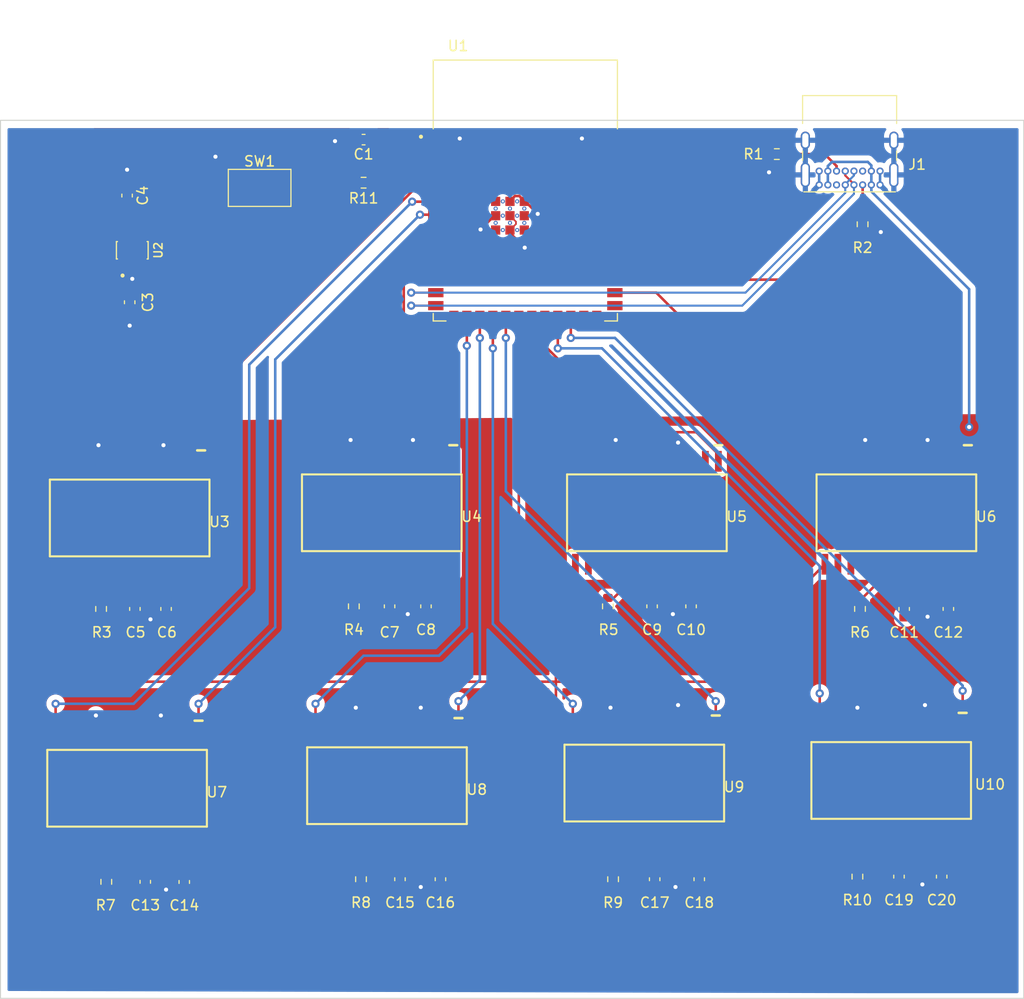
<source format=kicad_pcb>
(kicad_pcb (version 20211014) (generator pcbnew)
  (layers (0 "F.Cu" signal) (31 "B.Cu" signal) (34 "B.Paste" user) (35 "F.Paste" user) (36 "B.SilkS" user "B.Silkscreen") (37 "F.SilkS" user "F.Silkscreen") (38 "B.Mask" user) (39 "F.Mask" user) (44 "Edge.Cuts" user))
  (net 0 "")
  (net 1 "+3.3V")
  (net 2 "GND")
  (net 3 "/ESP32/RST")
  (net 4 "+5V")
  (net 5 "/USB_C/CC1")
  (net 7 "/USB_C/CC2")
  (net 9 "Net-(R4-Pad2)")
  (net 10 "Net-(R5-Pad2)")
  (net 11 "Net-(R6-Pad2)")
  (net 12 "Net-(R7-Pad2)")
  (net 13 "Net-(R8-Pad2)")
  (net 14 "Net-(R9-Pad2)")
  (net 15 "Net-(R10-Pad2)")
  (net 16 "/LED Driver/R11")
  (net 17 "/LED Driver/R15")
  (net 18 "/LED Driver/R17")
  (net 19 "/LED Driver/R13")
  (net 20 "/LED Driver/R14")
  (net 21 "/LED Driver/R18")
  (net 22 "/LED Driver/C17")
  (net 23 "/LED Driver/C13")
  (net 24 "/LED Driver/C15")
  (net 25 "/LED Driver/C18")
  (net 26 "/LED Driver/C14")
  (net 28 "/LED Driver/C12")
  (net 29 "/LED Driver/C16")
  (net 30 "/LED Driver/C11")
  (net 31 "/LED Driver/R16")
  (net 32 "/LED Driver/R12")
  (net 33 "/LED Driver/R41")
  (net 34 "/LED Driver/R45")
  (net 35 "/LED Driver/R47")
  (net 36 "/LED Driver/R43")
  (net 37 "/LED Driver/R44")
  (net 38 "/LED Driver/R48")
  (net 39 "/LED Driver/C47")
  (net 40 "/LED Driver/C43")
  (net 41 "/LED Driver/C45")
  (net 42 "/LED Driver/C48")
  (net 43 "/LED Driver/C44")
  (net 45 "/LED Driver/C42")
  (net 46 "/LED Driver/C46")
  (net 47 "/LED Driver/C41")
  (net 48 "/LED Driver/R46")
  (net 49 "/LED Driver/R42")
  (net 50 "/LED Driver/R21")
  (net 51 "/LED Driver/R25")
  (net 52 "/LED Driver/R27")
  (net 53 "/LED Driver/R23")
  (net 54 "/LED Driver/R24")
  (net 55 "/LED Driver/R28")
  (net 56 "/LED Driver/C27")
  (net 57 "/LED Driver/C23")
  (net 58 "/LED Driver/C25")
  (net 59 "/LED Driver/C28")
  (net 60 "/LED Driver/C24")
  (net 62 "/LED Driver/C22")
  (net 63 "/LED Driver/C26")
  (net 64 "/LED Driver/C21")
  (net 65 "/LED Driver/R26")
  (net 66 "/LED Driver/R22")
  (net 67 "/LED Driver/R31")
  (net 68 "/LED Driver/R35")
  (net 69 "/LED Driver/R37")
  (net 70 "/LED Driver/R33")
  (net 71 "/LED Driver/R34")
  (net 72 "/LED Driver/R38")
  (net 73 "/LED Driver/C37")
  (net 74 "/LED Driver/C33")
  (net 75 "/LED Driver/C35")
  (net 76 "/LED Driver/C38")
  (net 77 "/LED Driver/C34")
  (net 79 "/LED Driver/C32")
  (net 80 "/LED Driver/C36")
  (net 81 "/LED Driver/C31")
  (net 82 "/LED Driver/R36")
  (net 83 "/LED Driver/R32")
  (net 84 "/LED Driver2/R51")
  (net 85 "/LED Driver2/R55")
  (net 86 "/LED Driver2/R57")
  (net 87 "/LED Driver2/R53")
  (net 88 "/LED Driver2/R54")
  (net 89 "/LED Driver2/R58")
  (net 90 "/LED Driver2/C57")
  (net 91 "/LED Driver2/C53")
  (net 92 "/LED Driver2/C55")
  (net 93 "/LED Driver2/C58")
  (net 94 "/LED Driver2/C54")
  (net 96 "/LED Driver2/C52")
  (net 97 "/LED Driver2/C56")
  (net 98 "/LED Driver2/C51")
  (net 99 "/LED Driver2/R56")
  (net 100 "/LED Driver2/R52")
  (net 101 "/LED Driver2/R61")
  (net 102 "/LED Driver2/R65")
  (net 103 "/LED Driver2/R67")
  (net 104 "/LED Driver2/R63")
  (net 105 "/LED Driver2/R64")
  (net 106 "/LED Driver2/R68")
  (net 107 "/LED Driver2/C67")
  (net 108 "/LED Driver2/C63")
  (net 109 "/LED Driver2/C65")
  (net 110 "/LED Driver2/C68")
  (net 111 "/LED Driver2/C64")
  (net 113 "/LED Driver2/C62")
  (net 114 "/LED Driver2/C66")
  (net 115 "/LED Driver2/C61")
  (net 116 "/LED Driver2/R66")
  (net 117 "/LED Driver2/R62")
  (net 118 "/LED Driver2/R71")
  (net 119 "/LED Driver2/R75")
  (net 120 "/LED Driver2/R77")
  (net 121 "/LED Driver2/R73")
  (net 122 "/LED Driver2/R74")
  (net 123 "/LED Driver2/R78")
  (net 124 "/LED Driver2/C77")
  (net 125 "/LED Driver2/C73")
  (net 126 "/LED Driver2/C75")
  (net 127 "/LED Driver2/C78")
  (net 128 "/LED Driver2/C74")
  (net 130 "/LED Driver2/C72")
  (net 131 "/LED Driver2/C76")
  (net 132 "/LED Driver2/C71")
  (net 133 "/LED Driver2/R76")
  (net 134 "/LED Driver2/R72")
  (net 135 "/LED Driver2/R81")
  (net 136 "/LED Driver2/R85")
  (net 137 "/LED Driver2/R87")
  (net 138 "/LED Driver2/R83")
  (net 139 "/LED Driver2/R84")
  (net 140 "/LED Driver2/R88")
  (net 141 "/LED Driver2/C87")
  (net 142 "/LED Driver2/C83")
  (net 143 "/LED Driver2/C85")
  (net 144 "/LED Driver2/C88")
  (net 145 "/LED Driver2/C84")
  (net 147 "/LED Driver2/C82")
  (net 148 "/LED Driver2/C86")
  (net 149 "/LED Driver2/C81")
  (net 150 "/LED Driver2/R86")
  (net 151 "/LED Driver2/R82")
  (net 152 "/ESP32/DIN4")
  (net 153 "/ESP32/LOAD5")
  (net 154 "/ESP32/DIN5")
  (net 155 "/ESP32/LOAD6")
  (net 156 "/ESP32/LOAD2")
  (net 157 "/ESP32/DIN2")
  (net 158 "/ESP32/LOAD7")
  (net 159 "/ESP32/DIN7")
  (net 160 "/ESP32/DIN6")
  (net 161 "/ESP32/D-")
  (net 162 "/ESP32/D+")
  (net 163 "/ESP32/LOAD4")
  (net 165 "/ESP32/LOAD8")
  (net 166 "/ESP32/DIN8")
  (net 169 "/ESP32/CLK")
  (net 175 "/ESP32/DIN3")
  (net 176 "/ESP32/LOAD3")
  (net 177 "/ESP32/LOAD1")
  (net 178 "/ESP32/DIN1")
  (net 181 "Net-(R3-Pad2)")
  (footprint "Capacitor_SMD:C_0603_1608Metric" (layer "F.Cu") (at 162.814 85.598 -90)
    (fp_text reference "C9")
    (fp_text value "0.1uF")
  )
  (footprint "Capacitor_SMD:C_0603_1608Metric" (layer "F.Cu") (at 140.716 85.598 -90)
    (fp_text reference "C8")
    (fp_text value "10uF")
  )
  (footprint "ESP32_S3_WROOM_1_N4 (1):XCVR_ESP32-S3-WROOM-1-N4" (layer "F.Cu") (at 150.4265 44.962)
    (fp_text reference "U1")
    (fp_text value "ESP32-S3-WROOM-1-N4")
  )
  (footprint "Button_Switch_SMD:SW_SPST_FSMSM" (layer "F.Cu") (at 124.46 44.704)
    (fp_text reference "SW1")
    (fp_text value "SW_Push")
  )
  (footprint "AP2112K_3_3TRG1 (3):SOT95P285X140-5N" (layer "F.Cu") (at 112.014 50.8 90)
    (fp_text reference "U2")
    (fp_text value "AP2112K-3.3TRG1")
  )
  (footprint "Capacitor_SMD:C_0603_1608Metric" (layer "F.Cu") (at 111.506 45.453 90)
    (fp_text reference "C4")
    (fp_text value "22uF")
  )
  (footprint "Capacitor_SMD:C_0603_1608Metric" (layer "F.Cu") (at 187.452 85.852 -90)
    (fp_text reference "C11")
    (fp_text value "0.1uF")
  )
  (footprint "Capacitor_SMD:C_0603_1608Metric" (layer "F.Cu") (at 167.424 112.268 -90)
    (fp_text reference "C18")
    (fp_text value "10uF")
  )
  (footprint "Capacitor_SMD:C_0603_1608Metric" (layer "F.Cu") (at 142.132 112.268 -90)
    (fp_text reference "C16")
    (fp_text value "10uF")
  )
  (footprint "Resistor_SMD:R_0603_1608Metric" (layer "F.Cu") (at 108.966 85.852 90)
    (fp_text reference "R3")
    (fp_text value "12k")
  )
  (footprint "Resistor_SMD:R_0603_1608Metric" (layer "F.Cu") (at 175.006 41.402 180)
    (fp_text reference "R1")
    (fp_text value "5.1K")
  )
  (footprint "Capacitor_SMD:C_0603_1608Metric" (layer "F.Cu") (at 191.77 85.852 -90)
    (fp_text reference "C12")
    (fp_text value "10uF")
  )
  (footprint "Capacitor_SMD:C_0603_1608Metric" (layer "F.Cu") (at 137.16 85.598 -90)
    (fp_text reference "C7")
    (fp_text value "0.1uF")
  )
  (footprint "Capacitor_SMD:C_0603_1608Metric" (layer "F.Cu") (at 186.944 112.014 -90)
    (fp_text reference "C19")
    (fp_text value "0.1uF")
  )
  (footprint "MAX7219:SOIC24" (layer "F.Cu") (at 136.398 76.454 180)
    (fp_text reference "U4")
    (fp_text value "MAX7219")
  )
  (footprint "Resistor_SMD:R_0603_1608Metric" (layer "F.Cu") (at 159.004 112.268 90)
    (fp_text reference "R9")
    (fp_text value "12k")
  )
  (footprint "MAX7219:SOIC24" (layer "F.Cu") (at 186.182 102.616 180)
    (fp_text reference "U10")
    (fp_text value "MAX7219")
  )
  (footprint "Resistor_SMD:R_0603_1608Metric" (layer "F.Cu") (at 182.88 112.014 90)
    (fp_text reference "R10")
    (fp_text value "12k")
  )
  (footprint "Capacitor_SMD:C_0603_1608Metric" (layer "F.Cu") (at 191.116 112.014 -90)
    (fp_text reference "C20")
    (fp_text value "10uF")
  )
  (footprint "Resistor_SMD:R_0603_1608Metric" (layer "F.Cu") (at 133.667 85.598 90)
    (fp_text reference "R4")
    (fp_text value "12k")
  )
  (footprint "Capacitor_SMD:C_0603_1608Metric" (layer "F.Cu") (at 138.176 112.268 -90)
    (fp_text reference "C15")
    (fp_text value "0.1uF")
  )
  (footprint "Capacitor_SMD:C_0603_1608Metric" (layer "F.Cu") (at 134.62 39.986 180)
    (fp_text reference "C1")
    (fp_text value "1uF")
  )
  (footprint "Capacitor_SMD:C_0603_1608Metric" (layer "F.Cu") (at 166.624 85.598 -90)
    (fp_text reference "C10")
    (fp_text value "10uF")
  )
  (footprint "Capacitor_SMD:C_0603_1608Metric" (layer "F.Cu") (at 117.094 112.535 -90)
    (fp_text reference "C14")
    (fp_text value "10uF")
  )
  (footprint "Capacitor_SMD:C_0603_1608Metric" (layer "F.Cu") (at 163.068 112.268 -90)
    (fp_text reference "C17")
    (fp_text value "0.1uF")
  )
  (footprint "Resistor_SMD:R_0603_1608Metric" (layer "F.Cu") (at 134.62 44.196 180)
    (fp_text reference "R11")
    (fp_text value "10K")
  )
  (footprint "MAX7219:SOIC24" (layer "F.Cu") (at 186.69 76.454 180)
    (fp_text reference "U6")
    (fp_text value "MAX7219")
  )
  (footprint "Resistor_SMD:R_0603_1608Metric" (layer "F.Cu") (at 158.496 85.598 90)
    (fp_text reference "R5")
    (fp_text value "12k")
  )
  (footprint "Resistor_SMD:R_0603_1608Metric" (layer "F.Cu") (at 183.134 85.852 90)
    (fp_text reference "R6")
    (fp_text value "12k")
  )
  (footprint "Capacitor_SMD:C_0603_1608Metric" (layer "F.Cu") (at 111.76 55.88 -90)
    (fp_text reference "C3")
    (fp_text value "22uF")
  )
  (footprint "MAX7219:SOIC24" (layer "F.Cu") (at 136.906 103.124 180)
    (fp_text reference "U8")
    (fp_text value "MAX7219")
  )
  (footprint "MAX7219:SOIC24" (layer "F.Cu") (at 111.76 76.962 180)
    (fp_text reference "U3")
    (fp_text value "MAX7219")
  )
  (footprint "Resistor_SMD:R_0603_1608Metric" (layer "F.Cu") (at 134.366 112.268 90)
    (fp_text reference "R8")
    (fp_text value "12k")
  )
  (footprint "MAX7219:SOIC24" (layer "F.Cu") (at 162.052 102.87 180)
    (fp_text reference "U9")
    (fp_text value "MAX7219")
  )
  (footprint "MAX7219:SOIC24" (layer "F.Cu") (at 111.506 103.378 180)
    (fp_text reference "U7")
    (fp_text value "MAX7219")
  )
  (footprint "MAX7219:SOIC24" (layer "F.Cu") (at 162.306 76.454 180)
    (fp_text reference "U5")
    (fp_text value "MAX7219")
  )
  (footprint "Capacitor_SMD:C_0603_1608Metric" (layer "F.Cu") (at 115.316 85.852 -90)
    (fp_text reference "C6")
    (fp_text value "10uF")
  )
  (footprint "Capacitor_SMD:C_0603_1608Metric" (layer "F.Cu") (at 112.268 85.852 -90)
    (fp_text reference "C5")
    (fp_text value "0.1uF")
  )
  (footprint "Resistor_SMD:R_0603_1608Metric" (layer "F.Cu") (at 109.474 112.522 90)
    (fp_text reference "R7")
    (fp_text value "12k")
  )
  (footprint "Connector_USB:USB_C_Receptacle_GCT_USB4085" (layer "F.Cu") (at 185.093 44.411 180)
    (fp_text reference "J1")
    (fp_text value "USB_C_Receptacle_USB2.0")
  )
  (footprint "Capacitor_SMD:C_0603_1608Metric" (layer "F.Cu") (at 113.284 112.522 -90)
    (fp_text reference "C13")
    (fp_text value "0.1uF")
  )
  (footprint "Resistor_SMD:R_0603_1608Metric" (layer "F.Cu") (at 183.388 48.26 -90)
    (fp_text reference "R2")
    (fp_text value "5.1K")
  )
  (gr_rect (start 99.136 38.1) (end 199.136 123.914) (layer "Edge.Cuts") (width 0.1) (fill none))
  (segment (start 141.6765 40.972) (end 136.381 40.972) (width 0.25) (layer "F.Cu") (net 1))
  (segment (start 136.381 40.972) (end 135.395 39.986) (width 0.25) (layer "F.Cu") (net 1))
  (segment (start 191.116 112.789) (end 189.243 112.789) (width 0.25) (layer "F.Cu") (net 2))
  (segment (start 133.731 95.631) (end 133.858 95.504) (width 0.25) (layer "F.Cu") (net 2))
  (segment (start 185.103 49.085) (end 185.166 49.022) (width 0.25) (layer "F.Cu") (net 2))
  (segment (start 108.585 71.9328) (end 108.585 69.977) (width 0.25) (layer "F.Cu") (net 2))
  (segment (start 112.268 86.627) (end 113.551 86.627) (width 0.25) (layer "F.Cu") (net 2))
  (segment (start 148.9265 48.822) (end 148.9265 49.1045) (width 0.25) (layer "F.Cu") (net 2))
  (segment (start 165.227 97.8408) (end 165.227 95.377) (width 0.25) (layer "F.Cu") (net 2))
  (segment (start 140.195 113.043) (end 140.208 113.03) (width 0.25) (layer "F.Cu") (net 2))
  (segment (start 150.3265 46.022) (end 150.416 46.022) (width 0.25) (layer "F.Cu") (net 2))
  (segment (start 159.1765 39.702) (end 156.132 39.702) (width 0.25) (layer "F.Cu") (net 2))
  (segment (start 147.396 47.422) (end 146.05 48.768) (width 0.25) (layer "F.Cu") (net 2))
  (segment (start 159.131 71.4248) (end 159.131 69.469) (width 0.25) (layer "F.Cu") (net 2))
  (segment (start 139.573 71.4248) (end 139.573 69.469) (width 0.25) (layer "F.Cu") (net 2))
  (segment (start 156.132 39.702) (end 155.956 39.878) (width 0.25) (layer "F.Cu") (net 2))
  (segment (start 148.9265 47.422) (end 149.5105 48.006) (width 0.16) (layer "F.Cu") (net 2))
  (segment (start 140.081 95.631) (end 140.208 95.504) (width 0.25) (layer "F.Cu") (net 2))
  (segment (start 158.877 97.8408) (end 158.877 95.631) (width 0.25) (layer "F.Cu") (net 2))
  (segment (start 148.9265 45.979536) (end 149.409037 45.496999) (width 0.25) (layer "F.Cu") (net 2))
  (segment (start 148.9265 49.1045) (end 150.368 50.546) (width 0.25) (layer "F.Cu") (net 2))
  (segment (start 147.5265 48.822) (end 146.104 48.822) (width 0.25) (layer "F.Cu") (net 2))
  (segment (start 167.424 113.043) (end 165.113 113.043) (width 0.25) (layer "F.Cu") (net 2))
  (segment (start 186.944 112.789) (end 189.217 112.789) (width 0.25) (layer "F.Cu") (net 2))
  (segment (start 119.87 41.928) (end 120.142 41.656) (width 0.25) (layer "F.Cu") (net 2))
  (segment (start 158.877 95.631) (end 158.75 95.504) (width 0.25) (layer "F.Cu") (net 2))
  (segment (start 113.284 113.297) (end 115.303 113.297) (width 0.25) (layer "F.Cu") (net 2))
  (segment (start 183.515 71.4248) (end 183.515 69.469) (width 0.25) (layer "F.Cu") (net 2))
  (segment (start 183.007 95.631) (end 182.88 95.504) (width 0.25) (layer "F.Cu") (net 2))
  (segment (start 133.223 69.469) (end 133.35 69.342) (width 0.25) (layer "F.Cu") (net 2))
  (segment (start 159.131 69.469) (end 159.258 69.342) (width 0.25) (layer "F.Cu") (net 2))
  (segment (start 189.865 69.469) (end 189.738 69.342) (width 0.25) (layer "F.Cu") (net 2))
  (segment (start 191.77 86.627) (end 189.751 86.627) (width 0.25) (layer "F.Cu") (net 2))
  (segment (start 164.833 86.373) (end 164.846 86.36) (width 0.25) (layer "F.Cu") (net 2))
  (segment (start 163.068 113.043) (end 165.087 113.043) (width 0.25) (layer "F.Cu") (net 2))
  (segment (start 165.481 71.4248) (end 165.481 69.723) (width 0.25) (layer "F.Cu") (net 2))
  (segment (start 183.515 69.469) (end 183.642 69.342) (width 0.25) (layer "F.Cu") (net 2))
  (segment (start 165.481 69.723) (end 165.354 69.596) (width 0.25) (layer "F.Cu") (net 2))
  (segment (start 133.731 98.0948) (end 133.731 95.631) (width 0.25) (layer "F.Cu") (net 2))
  (segment (start 162.814 86.373) (end 164.833 86.373) (width 0.25) (layer "F.Cu") (net 2))
  (segment (start 111.506 44.678) (end 111.506 42.926) (width 0.25) (layer "F.Cu") (net 2))
  (segment (start 183.388 49.085) (end 185.103 49.085) (width 0.25) (layer "F.Cu") (net 2))
  (segment (start 144.018 39.878) (end 147.5265 43.3865) (width 0.25) (layer "F.Cu") (net 2))
  (segment (start 140.716 86.373) (end 138.951 86.373) (width 0.25) (layer "F.Cu") (net 2))
  (segment (start 189.357 95.377) (end 189.484 95.25) (width 0.25) (layer "F.Cu") (net 2))
  (segment (start 189.243 112.789) (end 189.23 112.776) (width 0.25) (layer "F.Cu") (net 2))
  (segment (start 137.16 86.373) (end 138.925 86.373) (width 0.25) (layer "F.Cu") (net 2))
  (segment (start 114.935 71.9328) (end 114.935 69.977) (width 0.25) (layer "F.Cu") (net 2))
  (segment (start 140.081 98.0948) (end 140.081 95.631) (width 0.25) (layer "F.Cu") (net 2))
  (segment (start 114.033 86.627) (end 113.792 86.868) (width 0.25) (layer "F.Cu") (net 2))
  (segment (start 114.681 96.393) (end 114.808 96.266) (width 0.25) (layer "F.Cu") (net 2))
  (segment (start 117.094 113.31) (end 115.342 113.31) (width 0.25) (layer "F.Cu") (net 2))
  (segment (start 131.972 39.986) (end 131.826 40.132) (width 0.25) (layer "F.Cu") (net 2))
  (segment (start 114.935 69.977) (end 115.062 69.85) (width 0.25) (layer "F.Cu") (net 2))
  (segment (start 143.842 39.702) (end 144.018 39.878) (width 0.25) (layer "F.Cu") (net 2))
  (segment (start 149.843963 45.496999) (end 150.3265 45.979536) (width 0.25) (layer "F.Cu") (net 2))
  (segment (start 141.6765 39.702) (end 143.842 39.702) (width 0.25) (layer "F.Cu") (net 2))
  (segment (start 133.845 39.986) (end 131.972 39.986) (width 0.25) (layer "F.Cu") (net 2))
  (segment (start 189.217 112.789) (end 189.23 112.776) (width 0.25) (layer "F.Cu") (net 2))
  (segment (start 146.104 48.822) (end 146.05 48.768) (width 0.25) (layer "F.Cu") (net 2))
  (segment (start 108.331 98.3488) (end 108.331 96.393) (width 0.25) (layer "F.Cu") (net 2))
  (segment (start 114.681 98.3488) (end 114.681 96.393) (width 0.25) (layer "F.Cu") (net 2))
  (segment (start 149.409037 45.496999) (end 149.843963 45.496999) (width 0.25) (layer "F.Cu") (net 2))
  (segment (start 115.342 113.31) (end 115.316 113.284) (width 0.25) (layer "F.Cu") (net 2))
  (segment (start 119.87 44.704) (end 119.87 41.928) (width 0.25) (layer "F.Cu") (net 2))
  (segment (start 189.725 86.627) (end 189.738 86.614) (width 0.25) (layer "F.Cu") (net 2))
  (segment (start 189.865 71.4248) (end 189.865 69.469) (width 0.25) (layer "F.Cu") (net 2))
  (segment (start 165.113 113.043) (end 165.1 113.03) (width 0.25) (layer "F.Cu") (net 2))
  (segment (start 111.76 56.655) (end 111.76 58.166) (width 0.25) (layer "F.Cu") (net 2))
  (segment (start 150.3265 50.5045) (end 150.3265 48.822) (width 0.25) (layer "F.Cu") (net 2))
  (segment (start 189.751 86.627) (end 189.738 86.614) (width 0.25) (layer "F.Cu") (net 2))
  (segment (start 149.5105 48.238) (end 148.9265 48.822) (width 0.16) (layer "F.Cu") (net 2))
  (segment (start 139.573 69.469) (end 139.446 69.342) (width 0.25) (layer "F.Cu") (net 2))
  (segment (start 115.303 113.297) (end 115.316 113.284) (width 0.25) (layer "F.Cu") (net 2))
  (segment (start 164.859 86.373) (end 164.846 86.36) (width 0.25) (layer "F.Cu") (net 2))
  (segment (start 183.007 97.5868) (end 183.007 95.631) (width 0.25) (layer "F.Cu") (net 2))
  (segment (start 149.5105 48.006) (end 149.5105 48.238) (width 0.16) (layer "F.Cu") (net 2))
  (segment (start 147.5265 43.3865) (end 147.5265 46.022) (width 0.25) (layer "F.Cu") (net 2))
  (segment (start 112.014 51.985) (end 112.014 53.594) (width 0.25) (layer "F.Cu") (net 2))
  (segment (start 133.223 71.4248) (end 133.223 69.469) (width 0.25) (layer "F.Cu") (net 2))
  (segment (start 165.227 95.377) (end 165.354 95.25) (width 0.25) (layer "F.Cu") (net 2))
  (segment (start 187.452 86.627) (end 189.725 86.627) (width 0.25) (layer "F.Cu") (net 2))
  (segment (start 150.368 50.546) (end 150.3265 50.5045) (width 0.25) (layer "F.Cu") (net 2))
  (segment (start 174.181 41.402) (end 174.181 43.117) (width 0.25) (layer "F.Cu") (net 2))
  (segment (start 189.357 97.5868) (end 189.357 95.377) (width 0.25) (layer "F.Cu") (net 2))
  (segment (start 108.331 96.393) (end 108.458 96.266) (width 0.25) (layer "F.Cu") (net 2))
  (segment (start 150.3265 47.422) (end 151.46 47.422) (width 0.25) (layer "F.Cu") (net 2))
  (segment (start 147.5265 47.422) (end 147.396 47.422) (width 0.25) (layer "F.Cu") (net 2))
  (segment (start 138.176 113.043) (end 140.195 113.043) (width 0.25) (layer "F.Cu") (net 2))
  (segment (start 115.316 86.627) (end 114.033 86.627) (width 0.25) (layer "F.Cu") (net 2))
  (segment (start 150.3265 45.979536) (end 150.3265 46.022) (width 0.25) (layer "F.Cu") (net 2))
  (segment (start 166.624 86.373) (end 164.859 86.373) (width 0.25) (layer "F.Cu") (net 2))
  (segment (start 150.416 46.022) (end 151.638 47.244) (width 0.25) (layer "F.Cu") (net 2))
  (segment (start 138.951 86.373) (end 138.938 86.36) (width 0.25) (layer "F.Cu") (net 2))
  (segment (start 174.181 43.117) (end 174.244 43.18) (width 0.25) (layer "F.Cu") (net 2))
  (segment (start 113.551 86.627) (end 113.792 86.868) (width 0.25) (layer "F.Cu") (net 2))
  (segment (start 138.925 86.373) (end 138.938 86.36) (width 0.25) (layer "F.Cu") (net 2))
  (segment (start 142.132 113.043) (end 140.221 113.043) (width 0.25) (layer "F.Cu") (net 2))
  (segment (start 148.9265 46.022) (end 148.9265 45.979536) (width 0.25) (layer "F.Cu") (net 2))
  (segment (start 151.46 47.422) (end 151.638 47.244) (width 0.25) (layer "F.Cu") (net 2))
  (segment (start 165.087 113.043) (end 165.1 113.03) (width 0.25) (layer "F.Cu") (net 2))
  (segment (start 108.585 69.977) (end 108.712 69.85) (width 0.25) (layer "F.Cu") (net 2))
  (segment (start 140.221 113.043) (end 140.208 113.03) (width 0.25) (layer "F.Cu") (net 2))
  (via (at 165.354 95.25) (size 0.8) (drill 0.4) (layers "F.Cu" "B.Cu") (net 2))
  (via (at 189.484 95.25) (size 0.8) (drill 0.4) (layers "F.Cu" "B.Cu") (net 2))
  (via (at 115.062 69.85) (size 0.8) (drill 0.4) (layers "F.Cu" "B.Cu") (net 2))
  (via (at 138.938 86.36) (size 0.8) (drill 0.4) (layers "F.Cu" "B.Cu") (net 2))
  (via (at 112.014 53.594) (size 0.8) (drill 0.4) (layers "F.Cu" "B.Cu") (net 2))
  (via (at 151.638 47.244) (size 0.8) (drill 0.4) (layers "F.Cu" "B.Cu") (net 2))
  (via (at 158.75 95.504) (size 0.8) (drill 0.4) (layers "F.Cu" "B.Cu") (net 2))
  (via (at 108.458 96.266) (size 0.8) (drill 0.4) (layers "F.Cu" "B.Cu") (net 2))
  (via (at 133.858 95.504) (size 0.8) (drill 0.4) (layers "F.Cu" "B.Cu") (net 2))
  (via (at 174.244 43.18) (size 0.8) (drill 0.4) (layers "F.Cu" "B.Cu") (net 2))
  (via (at 182.88 95.504) (size 0.8) (drill 0.4) (layers "F.Cu" "B.Cu") (net 2))
  (via (at 108.712 69.85) (size 0.8) (drill 0.4) (layers "F.Cu" "B.Cu") (net 2))
  (via (at 140.208 95.504) (size 0.8) (drill 0.4) (layers "F.Cu" "B.Cu") (net 2))
  (via (at 133.35 69.342) (size 0.8) (drill 0.4) (layers "F.Cu" "B.Cu") (net 2))
  (via (at 139.446 69.342) (size 0.8) (drill 0.4) (layers "F.Cu" "B.Cu") (net 2))
  (via (at 159.258 69.342) (size 0.8) (drill 0.4) (layers "F.Cu" "B.Cu") (net 2))
  (via (at 114.808 96.266) (size 0.8) (drill 0.4) (layers "F.Cu" "B.Cu") (net 2))
  (via (at 189.23 112.776) (size 0.8) (drill 0.4) (layers "F.Cu" "B.Cu") (net 2))
  (via (at 113.792 86.868) (size 0.8) (drill 0.4) (layers "F.Cu" "B.Cu") (net 2))
  (via (at 120.142 41.656) (size 0.8) (drill 0.4) (layers "F.Cu" "B.Cu") (net 2))
  (via (at 146.05 48.768) (size 0.8) (drill 0.4) (layers "F.Cu" "B.Cu") (net 2))
  (via (at 150.368 50.546) (size 0.8) (drill 0.4) (layers "F.Cu" "B.Cu") (net 2))
  (via (at 185.166 49.022) (size 0.8) (drill 0.4) (layers "F.Cu" "B.Cu") (net 2))
  (via (at 165.1 113.03) (size 0.8) (drill 0.4) (layers "F.Cu" "B.Cu") (net 2))
  (via (at 115.316 113.284) (size 0.8) (drill 0.4) (layers "F.Cu" "B.Cu") (net 2))
  (via (at 165.354 69.596) (size 0.8) (drill 0.4) (layers "F.Cu" "B.Cu") (net 2))
  (via (at 111.76 58.166) (size 0.8) (drill 0.4) (layers "F.Cu" "B.Cu") (net 2))
  (via (at 131.826 40.132) (size 0.8) (drill 0.4) (layers "F.Cu" "B.Cu") (net 2))
  (via (at 189.738 69.342) (size 0.8) (drill 0.4) (layers "F.Cu" "B.Cu") (net 2))
  (via (at 144.018 39.878) (size 0.8) (drill 0.4) (layers "F.Cu" "B.Cu") (net 2))
  (via (at 155.956 39.878) (size 0.8) (drill 0.4) (layers "F.Cu" "B.Cu") (net 2))
  (via (at 183.642 69.342) (size 0.8) (drill 0.4) (layers "F.Cu" "B.Cu") (net 2))
  (via (at 164.846 86.36) (size 0.8) (drill 0.4) (layers "F.Cu" "B.Cu") (net 2))
  (via (at 111.506 42.926) (size 0.8) (drill 0.4) (layers "F.Cu" "B.Cu") (net 2))
  (via (at 189.738 86.614) (size 0.8) (drill 0.4) (layers "F.Cu" "B.Cu") (net 2))
  (via (at 140.208 113.03) (size 0.8) (drill 0.4) (layers "F.Cu" "B.Cu") (net 2))
  (segment (start 179.143 43.061) (end 179.143 44.411) (width 0.25) (layer "B.Cu") (net 2))
  (segment (start 185.093 43.061) (end 185.093 44.411) (width 0.25) (layer "B.Cu") (net 2))
  (segment (start 141.6765 42.242) (end 139.622 42.242) (width 0.25) (layer "F.Cu") (net 3))
  (segment (start 132.08 45.974) (end 130.32 45.974) (width 0.25) (layer "F.Cu") (net 3))
  (segment (start 139.622 42.242) (end 135.89 45.974) (width 0.25) (layer "F.Cu") (net 3))
  (segment (start 133.795 44.196) (end 133.795 44.259) (width 0.25) (layer "F.Cu") (net 3))
  (segment (start 133.795 44.259) (end 132.08 45.974) (width 0.25) (layer "F.Cu") (net 3))
  (segment (start 130.32 45.974) (end 129.05 44.704) (width 0.25) (layer "F.Cu") (net 3))
  (segment (start 135.89 45.974) (end 132.08 45.974) (width 0.25) (layer "F.Cu") (net 3))
  (segment (start 111.064 51.985) (end 111.064 54.409) (width 0.25) (layer "F.Cu") (net 4))
  (segment (start 111.064 54.409) (end 111.76 55.105) (width 0.25) (layer "F.Cu") (net 4))
  (segment (start 102.87 63.995) (end 102.87 68.834) (width 0.25) (layer "F.Cu") (net 4))
  (segment (start 112.964 51.985) (end 112.964 53.901) (width 0.25) (layer "F.Cu") (net 4))
  (segment (start 112.964 53.901) (end 111.76 55.105) (width 0.25) (layer "F.Cu") (net 4))
  (segment (start 111.76 55.105) (end 102.87 63.995) (width 0.25) (layer "F.Cu") (net 4))
  (segment (start 112.141 108.4072) (end 112.141 109.093) (width 0.25) (layer "F.Cu") (net 4))
  (via (at 193.802 68.072) (size 0.8) (drill 0.4) (layers "F.Cu" "B.Cu") (net 4))
  (segment (start 193.802 54.61) (end 193.802 68.072) (width 0.25) (layer "B.Cu") (net 4))
  (segment (start 184.243 45.051) (end 193.802 54.61) (width 0.25) (layer "B.Cu") (net 4))
  (segment (start 179.993 42.566026) (end 180.395026 42.164) (width 0.25) (layer "B.Cu") (net 4))
  (segment (start 180.395026 42.164) (end 183.896 42.164) (width 0.25) (layer "B.Cu") (net 4))
  (segment (start 184.243 42.511) (end 184.243 43.061) (width 0.25) (layer "B.Cu") (net 4))
  (segment (start 183.896 42.164) (end 184.243 42.511) (width 0.25) (layer "B.Cu") (net 4))
  (segment (start 184.243 43.061) (end 184.243 44.411) (width 0.25) (layer "B.Cu") (net 4))
  (segment (start 184.243 44.411) (end 184.243 45.051) (width 0.25) (layer "B.Cu") (net 4))
  (segment (start 179.993 43.061) (end 179.993 42.566026) (width 0.25) (layer "B.Cu") (net 4))
  (segment (start 179.993 43.061) (end 179.993 44.411) (width 0.25) (layer "B.Cu") (net 4))
  (segment (start 183.393 47.43) (end 183.388 47.435) (width 0.25) (layer "F.Cu") (net 5))
  (segment (start 183.393 44.411) (end 183.393 47.43) (width 0.25) (layer "F.Cu") (net 5))
  (segment (start 179.678974 41.402) (end 175.831 41.402) (width 0.25) (layer "F.Cu") (net 7))
  (segment (start 180.843 43.061) (end 180.843 42.566026) (width 0.25) (layer "F.Cu") (net 7))
  (segment (start 180.843 42.566026) (end 179.678974 41.402) (width 0.25) (layer "F.Cu") (net 7))
  (segment (start 135.763 82.677) (end 133.667 84.773) (width 0.25) (layer "F.Cu") (net 9))
  (segment (start 135.763 81.4832) (end 135.763 82.677) (width 0.25) (layer "F.Cu") (net 9))
  (segment (start 161.671 82.169) (end 159.067 84.773) (width 0.25) (layer "F.Cu") (net 10))
  (segment (start 161.671 81.4832) (end 161.671 82.169) (width 0.25) (layer "F.Cu") (net 10))
  (segment (start 159.067 84.773) (end 158.496 84.773) (width 0.25) (layer "F.Cu") (net 10))
  (segment (start 186.055 81.4832) (end 186.055 82.106) (width 0.25) (layer "F.Cu") (net 11))
  (segment (start 186.055 82.106) (end 183.134 85.027) (width 0.25) (layer "F.Cu") (net 11))
  (segment (start 110.871 108.4072) (end 110.871 110.3) (width 0.25) (layer "F.Cu") (net 12))
  (segment (start 110.871 110.3) (end 109.474 111.697) (width 0.25) (layer "F.Cu") (net 12))
  (segment (start 136.271 108.1532) (end 136.271 109.538) (width 0.25) (layer "F.Cu") (net 13))
  (segment (start 136.271 109.538) (end 134.366 111.443) (width 0.25) (layer "F.Cu") (net 13))
  (segment (start 161.417 109.03) (end 159.004 111.443) (width 0.25) (layer "F.Cu") (net 14))
  (segment (start 161.417 107.8992) (end 161.417 109.03) (width 0.25) (layer "F.Cu") (net 14))
  (segment (start 185.547 107.6452) (end 185.547 108.522) (width 0.25) (layer "F.Cu") (net 15))
  (segment (start 185.547 108.522) (end 182.88 111.189) (width 0.25) (layer "F.Cu") (net 15))
  (segment (start 193.675 70.6986) (end 193.675 71.4248) (width 0.25) (layer "F.Cu") (net 152))
  (segment (start 176.6484 53.672) (end 193.675 70.6986) (width 0.25) (layer "F.Cu") (net 152))
  (segment (start 159.1765 53.672) (end 176.6484 53.672) (width 0.25) (layer "F.Cu") (net 152))
  (segment (start 141.6765 46.052) (end 139.368 46.052) (width 0.25) (layer "F.Cu") (net 153))
  (segment (start 104.521 98.3488) (end 104.521 95.123) (width 0.25) (layer "F.Cu") (net 153))
  (via (at 104.521 95.123) (size 0.8) (drill 0.4) (layers "F.Cu" "B.Cu") (net 153))
  (via (at 139.368 46.052) (size 0.8) (drill 0.4) (layers "F.Cu" "B.Cu") (net 153))
  (segment (start 123.444 83.82) (end 112.141 95.123) (width 0.25) (layer "B.Cu") (net 153))
  (segment (start 112.141 95.123) (end 104.521 95.123) (width 0.25) (layer "B.Cu") (net 153))
  (segment (start 123.444 61.976) (end 123.444 83.82) (width 0.25) (layer "B.Cu") (net 153))
  (segment (start 139.368 46.052) (end 123.444 61.976) (width 0.25) (layer "B.Cu") (net 153))
  (segment (start 141.6765 47.322) (end 140.13 47.322) (width 0.25) (layer "F.Cu") (net 154))
  (segment (start 118.491 98.3488) (end 118.491 95.123) (width 0.25) (layer "F.Cu") (net 154))
  (via (at 118.491 95.123) (size 0.8) (drill 0.4) (layers "F.Cu" "B.Cu") (net 154))
  (via (at 140.13 47.322) (size 0.8) (drill 0.4) (layers "F.Cu" "B.Cu") (net 154))
  (segment (start 140.13 47.322) (end 125.984 61.468) (width 0.25) (layer "B.Cu") (net 154))
  (segment (start 125.984 87.63) (end 118.491 95.123) (width 0.25) (layer "B.Cu") (net 154))
  (segment (start 125.984 61.468) (end 125.984 87.63) (width 0.25) (layer "B.Cu") (net 154))
  (segment (start 144.7115 57.462) (end 144.7115 60.1295) (width 0.25) (layer "F.Cu") (net 155))
  (segment (start 129.921 98.0948) (end 129.921 95.123) (width 0.25) (layer "F.Cu") (net 155))
  (via (at 144.7115 60.1295) (size 0.8) (drill 0.4) (layers "F.Cu" "B.Cu") (net 155))
  (via (at 129.921 95.123) (size 0.8) (drill 0.4) (layers "F.Cu" "B.Cu") (net 155))
  (segment (start 144.7115 87.6985) (end 141.986 90.424) (width 0.25) (layer "B.Cu") (net 155))
  (segment (start 134.62 90.424) (end 129.921 95.123) (width 0.25) (layer "B.Cu") (net 155))
  (segment (start 141.986 90.424) (end 134.62 90.424) (width 0.25) (layer "B.Cu") (net 155))
  (segment (start 144.7115 60.1295) (end 144.7115 87.6985) (width 0.25) (layer "B.Cu") (net 155))
  (segment (start 141.6765 48.592) (end 140.6765 48.592) (width 0.25) (layer "F.Cu") (net 156))
  (segment (start 140.6765 48.592) (end 129.413 59.8555) (width 0.25) (layer "F.Cu") (net 156))
  (segment (start 129.413 59.8555) (end 129.413 71.4248) (width 0.25) (layer "F.Cu") (net 156))
  (segment (start 143.383 70.739) (end 143.383 71.4248) (width 0.25) (layer "F.Cu") (net 157))
  (segment (start 141.0965 49.862) (end 138.545 52.4135) (width 0.25) (layer "F.Cu") (net 157))
  (segment (start 141.6765 49.862) (end 141.0965 49.862) (width 0.25) (layer "F.Cu") (net 157))
  (segment (start 138.545 65.901) (end 143.383 70.739) (width 0.25) (layer "F.Cu") (net 157))
  (segment (start 138.545 52.4135) (end 138.545 65.901) (width 0.25) (layer "F.Cu") (net 157))
  (segment (start 155.067 97.8408) (end 155.067 95.123) (width 0.25) (layer "F.Cu") (net 158))
  (segment (start 147.2515 57.462) (end 147.2515 60.3835) (width 0.25) (layer "F.Cu") (net 158))
  (via (at 147.2515 60.3835) (size 0.8) (drill 0.4) (layers "F.Cu" "B.Cu") (net 158))
  (via (at 155.067 95.123) (size 0.8) (drill 0.4) (layers "F.Cu" "B.Cu") (net 158))
  (segment (start 147.2515 87.3075) (end 155.067 95.123) (width 0.25) (layer "B.Cu") (net 158))
  (segment (start 147.2515 60.3835) (end 147.2515 87.3075) (width 0.25) (layer "B.Cu") (net 158))
  (segment (start 148.5215 57.462) (end 148.5215 59.3675) (width 0.25) (layer "F.Cu") (net 159))
  (segment (start 169.037 97.8408) (end 169.037 94.869) (width 0.25) (layer "F.Cu") (net 159))
  (via (at 169.037 94.869) (size 0.8) (drill 0.4) (layers "F.Cu" "B.Cu") (net 159))
  (via (at 148.5215 59.3675) (size 0.8) (drill 0.4) (layers "F.Cu" "B.Cu") (net 159))
  (segment (start 148.5215 59.3675) (end 148.5215 74.3535) (width 0.25) (layer "B.Cu") (net 159))
  (segment (start 148.5215 74.3535) (end 169.037 94.869) (width 0.25) (layer "B.Cu") (net 159))
  (segment (start 145.9815 57.462) (end 145.9815 59.3675) (width 0.25) (layer "F.Cu") (net 160))
  (segment (start 143.891 98.0948) (end 143.891 94.869) (width 0.25) (layer "F.Cu") (net 160))
  (via (at 143.891 94.869) (size 0.8) (drill 0.4) (layers "F.Cu" "B.Cu") (net 160))
  (via (at 145.9815 59.3675) (size 0.8) (drill 0.4) (layers "F.Cu" "B.Cu") (net 160))
  (segment (start 145.9815 59.3675) (end 145.9815 92.7785) (width 0.25) (layer "B.Cu") (net 160))
  (segment (start 145.9815 92.7785) (end 143.891 94.869) (width 0.25) (layer "B.Cu") (net 160))
  (segment (start 141.6765 54.942) (end 139.27 54.942) (width 0.2) (layer "F.Cu") (net 161))
  (via (at 139.27 54.942) (size 0.8) (drill 0.4) (layers "F.Cu" "B.Cu") (net 161))
  (segment (start 139.27 54.942) (end 171.941289 54.942) (width 0.2) (layer "B.Cu") (net 161))
  (segment (start 182.543 43.061) (end 182.543 43.491761) (width 0.2) (layer "B.Cu") (net 161))
  (segment (start 182.543 43.491761) (end 181.693 44.341761) (width 0.2) (layer "B.Cu") (net 161))
  (segment (start 181.693 44.341761) (end 181.693 44.411) (width 0.2) (layer "B.Cu") (net 161))
  (segment (start 171.941289 54.942) (end 181.693 45.190289) (width 0.2) (layer "B.Cu") (net 161))
  (segment (start 181.693 45.190289) (end 181.693 44.411) (width 0.2) (layer "B.Cu") (net 161))
  (segment (start 181.693 43.061) (end 181.693 43.491761) (width 0.2) (layer "F.Cu") (net 162))
  (segment (start 181.693 43.491761) (end 182.543 44.341761) (width 0.2) (layer "F.Cu") (net 162))
  (segment (start 141.6765 56.212) (end 139.27 56.212) (width 0.2) (layer "F.Cu") (net 162))
  (segment (start 182.543 44.341761) (end 182.543 44.411) (width 0.2) (layer "F.Cu") (net 162))
  (via (at 139.27 56.212) (size 0.8) (drill 0.4) (layers "F.Cu" "B.Cu") (net 162))
  (segment (start 139.27 56.212) (end 171.626 56.212) (width 0.2) (layer "B.Cu") (net 162))
  (segment (start 171.626 56.212) (end 182.543 45.295) (width 0.2) (layer "B.Cu") (net 162))
  (segment (start 182.543 45.295) (end 182.543 44.411) (width 0.2) (layer "B.Cu") (net 162))
  (segment (start 159.1765 54.942) (end 163.2222 54.942) (width 0.25) (layer "F.Cu") (net 163))
  (segment (start 163.2222 54.942) (end 179.705 71.4248) (width 0.25) (layer "F.Cu") (net 163))
  (segment (start 179.197 97.5868) (end 179.197 94.107) (width 0.25) (layer "F.Cu") (net 165))
  (segment (start 153.6015 57.462) (end 153.6015 60.3835) (width 0.25) (layer "F.Cu") (net 165))
  (via (at 153.6015 60.3835) (size 0.8) (drill 0.4) (layers "F.Cu" "B.Cu") (net 165))
  (via (at 179.197 94.107) (size 0.8) (drill 0.4) (layers "F.Cu" "B.Cu") (net 165))
  (segment (start 179.197 81.661) (end 179.197 94.107) (width 0.25) (layer "B.Cu") (net 165))
  (segment (start 157.9195 60.3835) (end 179.197 81.661) (width 0.25) (layer "B.Cu") (net 165))
  (segment (start 153.6015 60.3835) (end 157.9195 60.3835) (width 0.25) (layer "B.Cu") (net 165))
  (segment (start 154.8715 57.462) (end 154.8715 59.3675) (width 0.25) (layer "F.Cu") (net 166))
  (segment (start 193.167 97.5868) (end 193.167 93.853) (width 0.25) (layer "F.Cu") (net 166))
  (via (at 193.167 93.853) (size 0.8) (drill 0.4) (layers "F.Cu" "B.Cu") (net 166))
  (via (at 154.8715 59.3675) (size 0.8) (drill 0.4) (layers "F.Cu" "B.Cu") (net 166))
  (segment (start 154.8715 59.3675) (end 159.1895 59.3675) (width 0.25) (layer "B.Cu") (net 166))
  (segment (start 159.1895 59.3675) (end 193.167 93.345) (width 0.25) (layer "B.Cu") (net 166))
  (segment (start 193.167 93.345) (end 193.167 93.853) (width 0.25) (layer "B.Cu") (net 166))
  (segment (start 153.416 106.2482) (end 155.067 107.8992) (width 0.25) (layer "F.Cu") (net 169))
  (segment (start 102.108 92.964) (end 177.8 92.964) (width 0.25) (layer "F.Cu") (net 169))
  (segment (start 102.108 92.964) (end 102.108 105.9942) (width 0.25) (layer "F.Cu") (net 169))
  (segment (start 177.8 92.964) (end 177.8 106.2482) (width 0.25) (layer "F.Cu") (net 169))
  (segment (start 177.8 106.2482) (end 179.197 107.6452) (width 0.25) (layer "F.Cu") (net 169))
  (segment (start 179.705 81.4832) (end 177.8 83.3882) (width 0.25) (layer "F.Cu") (net 169))
  (segment (start 104.775 81.9912) (end 102.108 84.6582) (width 0.25) (layer "F.Cu") (net 169))
  (segment (start 149.7915 82.4815) (end 153.416 86.106) (width 0.25) (layer "F.Cu") (net 169))
  (segment (start 127.508 105.7402) (end 129.921 108.1532) (width 0.25) (layer "F.Cu") (net 169))
  (segment (start 102.108 84.6582) (end 102.108 92.964) (width 0.25) (layer "F.Cu") (net 169))
  (segment (start 153.416 86.106) (end 153.416 106.2482) (width 0.25) (layer "F.Cu") (net 169))
  (segment (start 102.108 105.9942) (end 104.521 108.4072) (width 0.25) (layer "F.Cu") (net 169))
  (segment (start 177.8 83.3882) (end 177.8 92.964) (width 0.25) (layer "F.Cu") (net 169))
  (segment (start 149.7915 57.462) (end 149.7915 82.4815) (width 0.25) (layer "F.Cu") (net 169))
  (segment (start 127.508 83.3882) (end 127.508 105.7402) (width 0.25) (layer "F.Cu") (net 169))
  (segment (start 153.416 83.3882) (end 153.416 86.106) (width 0.25) (layer "F.Cu") (net 169))
  (segment (start 155.321 81.4832) (end 153.416 83.3882) (width 0.25) (layer "F.Cu") (net 169))
  (segment (start 129.413 81.4832) (end 127.508 83.3882) (width 0.25) (layer "F.Cu") (net 169))
  (segment (start 169.291 70.739) (end 169.291 71.4248) (width 0.25) (layer "F.Cu") (net 175))
  (segment (start 152.3315 57.462) (end 152.3315 60.138805) (width 0.25) (layer "F.Cu") (net 175))
  (segment (start 152.3315 60.138805) (end 160.772695 68.58) (width 0.25) (layer "F.Cu") (net 175))
  (segment (start 167.132 68.58) (end 169.291 70.739) (width 0.25) (layer "F.Cu") (net 175))
  (segment (start 160.772695 68.58) (end 167.132 68.58) (width 0.25) (layer "F.Cu") (net 175))
  (segment (start 151.0615 57.462) (end 151.0615 67.1653) (width 0.25) (layer "F.Cu") (net 176))
  (segment (start 151.0615 67.1653) (end 155.321 71.4248) (width 0.25) (layer "F.Cu") (net 176))
  (segment (start 104.775 66.167) (end 110.236 60.706) (width 0.25) (layer "F.Cu") (net 177))
  (segment (start 104.775 71.9328) (end 104.775 66.167) (width 0.25) (layer "F.Cu") (net 177))
  (segment (start 139.622 43.512) (end 141.6765 43.512) (width 0.25) (layer "F.Cu") (net 177))
  (segment (start 110.236 60.706) (end 122.428 60.706) (width 0.25) (layer "F.Cu") (net 177))
  (segment (start 122.428 60.706) (end 139.622 43.512) (width 0.25) (layer "F.Cu") (net 177))
  (segment (start 118.745 65.649695) (end 118.745 71.9328) (width 0.25) (layer "F.Cu") (net 178))
  (segment (start 141.6765 44.782) (end 139.612695 44.782) (width 0.25) (layer "F.Cu") (net 178))
  (segment (start 139.612695 44.782) (end 118.745 65.649695) (width 0.25) (layer "F.Cu") (net 178))
  (segment (start 111.125 81.9912) (end 111.125 82.868) (width 0.25) (layer "F.Cu") (net 181))
  (segment (start 111.125 82.868) (end 108.966 85.027) (width 0.25) (layer "F.Cu") (net 181))
  (zone (net 1) (net_name "+3.3V") (layer "F.Cu") (name "+3.3V") (connect_pads (clearance 0.508)) (min_thickness 0.254) (fill yes (thermal_gap 0.508) (thermal_bridge_width 0.508))
    (polygon (pts (xy 137.16 60.198) (xy 108.204 59.944) (xy 108.204 38.862) (xy 137.16 38.862)))
  )
  (zone (net 4) (net_name "+5V") (layer "F.Cu") (connect_pads (clearance 0.508)) (min_thickness 0.254) (fill yes (thermal_gap 0.508) (thermal_bridge_width 0.508))
    (polygon (pts (xy 196.524415 121.663431) (xy 101.274415 121.663431) (xy 100.512415 67.561431) (xy 196.524415 66.799431) (xy 196.524415 66.799431)))
  )
  (zone (net 2) (net_name "GND") (layer "B.Cu") (connect_pads (clearance 0.508)) (min_thickness 0.254) (fill yes (thermal_gap 0.508) (thermal_bridge_width 0.508))
    (polygon (pts (xy 198.882 123.444) (xy 99.822 123.19) (xy 99.822 38.862) (xy 198.628 38.862)))
  )
)
</source>
